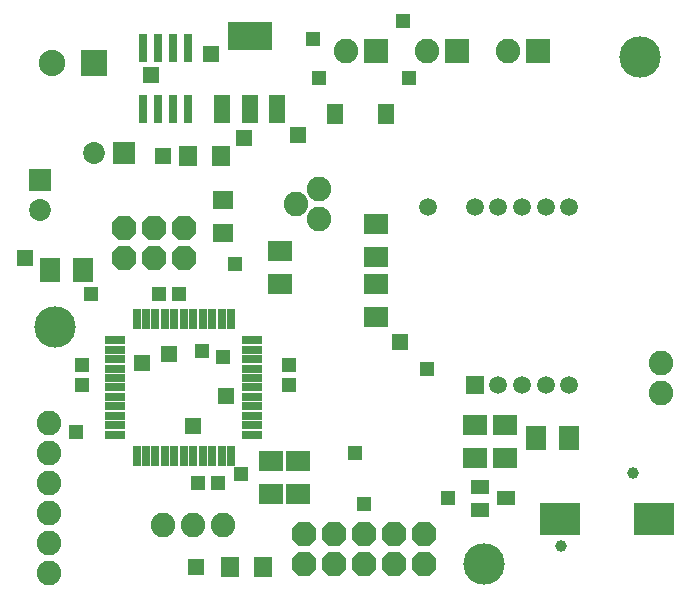
<source format=gts>
G75*
%MOIN*%
%OFA0B0*%
%FSLAX24Y24*%
%IPPOS*%
%LPD*%
%AMOC8*
5,1,8,0,0,1.08239X$1,22.5*
%
%ADD10OC8,0.0820*%
%ADD11R,0.0710X0.0631*%
%ADD12R,0.0631X0.0710*%
%ADD13R,0.0820X0.0820*%
%ADD14C,0.0820*%
%ADD15C,0.1380*%
%ADD16R,0.0880X0.0880*%
%ADD17C,0.0880*%
%ADD18R,0.0316X0.0946*%
%ADD19C,0.0730*%
%ADD20R,0.0730X0.0730*%
%ADD21R,0.0560X0.0960*%
%ADD22R,0.1497X0.0946*%
%ADD23R,0.0580X0.0659*%
%ADD24R,0.0277X0.0671*%
%ADD25R,0.0671X0.0277*%
%ADD26R,0.0513X0.0474*%
%ADD27R,0.0474X0.0513*%
%ADD28R,0.0710X0.0789*%
%ADD29R,0.0789X0.0710*%
%ADD30R,0.0595X0.0595*%
%ADD31C,0.0595*%
%ADD32R,0.0790X0.0710*%
%ADD33R,0.1340X0.1064*%
%ADD34C,0.0395*%
%ADD35R,0.0631X0.0474*%
%ADD36R,0.0555X0.0555*%
%ADD37R,0.0476X0.0476*%
%ADD38R,0.0516X0.0516*%
D10*
X010220Y001600D03*
X011220Y001600D03*
X012220Y001600D03*
X013220Y001600D03*
X014220Y001600D03*
X014220Y002600D03*
X013220Y002600D03*
X012220Y002600D03*
X011220Y002600D03*
X010220Y002600D03*
X006220Y011800D03*
X005220Y011800D03*
X005220Y012800D03*
X006220Y012800D03*
X004220Y012800D03*
X004220Y011800D03*
D11*
X007520Y012649D03*
X007520Y013751D03*
D12*
X007471Y015200D03*
X006368Y015200D03*
X007768Y001500D03*
X008871Y001500D03*
D13*
X012620Y018700D03*
X015320Y018700D03*
X018020Y018700D03*
D14*
X001720Y001300D03*
X001720Y002300D03*
X001720Y003300D03*
X001720Y004300D03*
X001720Y005300D03*
X001720Y006300D03*
X005520Y002900D03*
X006520Y002900D03*
X007520Y002900D03*
X010720Y013100D03*
X009970Y013600D03*
X010720Y014100D03*
X011620Y018700D03*
X014320Y018700D03*
X017020Y018700D03*
X022120Y008300D03*
X022120Y007300D03*
D15*
X016220Y001600D03*
X001920Y009500D03*
X021420Y018500D03*
D16*
X003220Y018300D03*
D17*
X001842Y018300D03*
D18*
X004870Y018824D03*
X005370Y018824D03*
X005870Y018824D03*
X006370Y018824D03*
X006370Y016776D03*
X005870Y016776D03*
X005370Y016776D03*
X004870Y016776D03*
D19*
X003220Y015300D03*
X001420Y013400D03*
D20*
X001420Y014400D03*
X004220Y015300D03*
D21*
X007510Y016780D03*
X008420Y016780D03*
X009330Y016780D03*
D22*
X008420Y019220D03*
D23*
X011273Y016600D03*
X012966Y016600D03*
D24*
X007794Y009783D03*
X007479Y009783D03*
X007164Y009783D03*
X006849Y009783D03*
X006534Y009783D03*
X006220Y009783D03*
X005905Y009783D03*
X005590Y009783D03*
X005275Y009783D03*
X004960Y009783D03*
X004645Y009783D03*
X004645Y005217D03*
X004960Y005217D03*
X005275Y005217D03*
X005590Y005217D03*
X005905Y005217D03*
X006220Y005217D03*
X006534Y005217D03*
X006849Y005217D03*
X007164Y005217D03*
X007479Y005217D03*
X007794Y005217D03*
D25*
X008503Y005925D03*
X008503Y006240D03*
X008503Y006555D03*
X008503Y006870D03*
X008503Y007185D03*
X008503Y007500D03*
X008503Y007815D03*
X008503Y008130D03*
X008503Y008445D03*
X008503Y008760D03*
X008503Y009075D03*
X003936Y009075D03*
X003936Y008760D03*
X003936Y008445D03*
X003936Y008130D03*
X003936Y007815D03*
X003936Y007500D03*
X003936Y007185D03*
X003936Y006870D03*
X003936Y006555D03*
X003936Y006240D03*
X003936Y005925D03*
D26*
X006685Y004300D03*
X007354Y004300D03*
X006054Y010600D03*
X005385Y010600D03*
D27*
X002820Y008235D03*
X002820Y007565D03*
X009720Y007565D03*
X009720Y008235D03*
D28*
X002871Y011400D03*
X001768Y011400D03*
X017968Y005800D03*
X019071Y005800D03*
D29*
X015920Y006251D03*
X015920Y005149D03*
X010020Y005051D03*
X009120Y005051D03*
X009120Y003949D03*
X010020Y003949D03*
X009420Y010949D03*
X009420Y012051D03*
X012620Y011849D03*
X012620Y012951D03*
D30*
X015920Y007594D03*
D31*
X016707Y007594D03*
X017495Y007594D03*
X018282Y007594D03*
X019070Y007594D03*
X019070Y013500D03*
X018282Y013500D03*
X017495Y013500D03*
X016707Y013500D03*
X015920Y013500D03*
X014345Y013500D03*
D32*
X012620Y010960D03*
X012620Y009840D03*
X016920Y006260D03*
X016920Y005140D03*
D33*
X018745Y003100D03*
X021894Y003100D03*
D34*
X021205Y004635D03*
X018784Y002214D03*
D35*
X016953Y003800D03*
X016086Y003426D03*
X016086Y004174D03*
D36*
X013420Y009000D03*
X007620Y007200D03*
X006520Y006200D03*
X004820Y008300D03*
X005720Y008600D03*
X000920Y011800D03*
X005520Y015200D03*
X008220Y015800D03*
X010020Y015900D03*
X007120Y018600D03*
X005120Y017900D03*
X006620Y001500D03*
D37*
X002620Y006000D03*
X006820Y008700D03*
X007520Y008500D03*
X007920Y011600D03*
X003120Y010600D03*
X010720Y017800D03*
X010520Y019100D03*
X013520Y019700D03*
X013720Y017800D03*
X014320Y008100D03*
X015020Y003800D03*
D38*
X012220Y003600D03*
X011920Y005300D03*
X008120Y004600D03*
M02*

</source>
